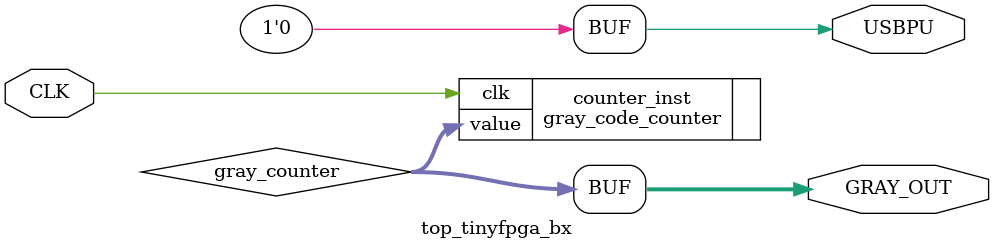
<source format=v>
`timescale 1ns / 1ps

module top_tinyfpga_bx
    (
    input CLK,
    output wire [7:0] GRAY_OUT,
    output wire USBPU
    );

    localparam CLOCK_MHZ = 16;
    localparam COUNTER_BITS = 8;

    // intermodular wires
    wire [COUNTER_BITS-1:0] gray_counter;

    // 1MHz pulses
    gray_code_counter #(.CLOCK_MHZ(CLOCK_MHZ), .BITS(COUNTER_BITS)) counter_inst (.clk(CLK), .value(gray_counter));

    // FPGA outputs
    assign GRAY_OUT = gray_counter;
    assign USBPU = 1'b0;   // disable USB
endmodule

</source>
